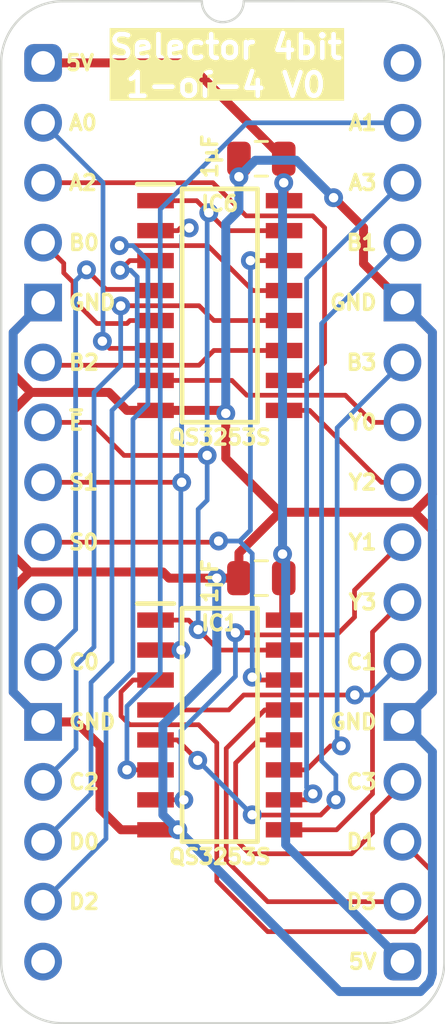
<source format=kicad_pcb>
(kicad_pcb (version 20241229) (generator "pcbnew") (generator_version "9.0")
  (title_block (title "1 of 4 Selector") (date "2024-03-10") (rev "V0"))
  (layers (0 "F.Cu" signal) (2 "B.Cu" signal) (13 "F.Paste" user) (15 "B.Paste" user) (5 "F.SilkS" user "F.Silkscreen") (7 "B.SilkS" user "B.Silkscreen") (1 "F.Mask" user) (3 "B.Mask" user) (25 "Edge.Cuts" user))
  (net 0 "")
  (net 1 "GND")
  (net 2 "5V")
  (net 5 "~{E}")
  (net 6 "S1")
  (net 7 "S0")
  (net 9 "D1")
  (net 10 "C1")
  (net 11 "B1")
  (net 12 "A1")
  (net 13 "Y1")
  (net 14 "Y3")
  (net 15 "A3")
  (net 16 "B3")
  (net 17 "C3")
  (net 18 "D3")
  (net 19 "D0")
  (net 20 "C0")
  (net 21 "B0")
  (net 22 "A0")
  (net 23 "Y0")
  (net 24 "Y2")
  (net 25 "A2")
  (net 26 "B2")
  (net 27 "C2")
  (net 28 "D2")
  (footprint "SamacSys_Parts:SOIC127P602X173-16N" (layer "F.Cu") (at 7.493 28.067)
    (property "Reference" "IC1" (at 0 -4.318 0) (layer "F.SilkS") (effects (font (size 0.635 0.635))))
    (property "Value" "QS3253S1G" (hide yes))
    (fp_line (start -3.5 -5.145) (end -1.95 -5.145) (stroke (width 0.2)) (layer "F.SilkS"))
    (fp_line (start -1.6 -4.946) (end 1.6 -4.946) (stroke (width 0.2)) (layer "F.SilkS"))
    (fp_line (start -1.6 4.946) (end -1.6 -4.946) (stroke (width 0.2)) (layer "F.SilkS"))
    (fp_line (start 1.6 -4.946) (end 1.6 4.946) (stroke (width 0.2)) (layer "F.SilkS"))
    (fp_line (start 1.6 4.946) (end -1.6 4.946) (stroke (width 0.2)) (layer "F.SilkS"))
    (fp_text user "${Silkscreen}" (at 0 5.588 0) (layer "F.SilkS") (effects (font (size 0.635 0.635))))
    (pad "1" smd rect (at -2.725 -4.445 90) (size 0.65 1.55) (layers "F.Cu" "F.Mask" "F.Paste") (net 5 "~{E}"))
    (pad "2" smd rect (at -2.725 -3.175 90) (size 0.65 1.55) (layers "F.Cu" "F.Mask" "F.Paste") (net 6 "S1"))
    (pad "3" smd rect (at -2.725 -1.905 90) (size 0.65 1.55) (layers "F.Cu" "F.Mask" "F.Paste") (net 9 "D1"))
    (pad "4" smd rect (at -2.725 -0.635 90) (size 0.65 1.55) (layers "F.Cu" "F.Mask" "F.Paste") (net 10 "C1"))
    (pad "5" smd rect (at -2.725 0.635 90) (size 0.65 1.55) (layers "F.Cu" "F.Mask" "F.Paste") (net 11 "B1"))
    (pad "6" smd rect (at -2.725 1.905 90) (size 0.65 1.55) (layers "F.Cu" "F.Mask" "F.Paste") (net 12 "A1"))
    (pad "7" smd rect (at -2.725 3.175 90) (size 0.65 1.55) (layers "F.Cu" "F.Mask" "F.Paste") (net 13 "Y1"))
    (pad "8" smd rect (at -2.725 4.445 90) (size 0.65 1.55) (layers "F.Cu" "F.Mask" "F.Paste") (net 1 "GND"))
    (pad "9" smd rect (at 2.725 4.445 90) (size 0.65 1.55) (layers "F.Cu" "F.Mask" "F.Paste") (net 14 "Y3"))
    (pad "10" smd rect (at 2.725 3.175 90) (size 0.65 1.55) (layers "F.Cu" "F.Mask" "F.Paste") (net 15 "A3"))
    (pad "11" smd rect (at 2.725 1.905 90) (size 0.65 1.55) (layers "F.Cu" "F.Mask" "F.Paste") (net 16 "B3"))
    (pad "12" smd rect (at 2.725 0.635 90) (size 0.65 1.55) (layers "F.Cu" "F.Mask" "F.Paste") (net 17 "C3"))
    (pad "13" smd rect (at 2.725 -0.635 90) (size 0.65 1.55) (layers "F.Cu" "F.Mask" "F.Paste") (net 18 "D3"))
    (pad "14" smd rect (at 2.725 -1.905 90) (size 0.65 1.55) (layers "F.Cu" "F.Mask" "F.Paste") (net 7 "S0"))
    (pad "15" smd rect (at 2.725 -3.175 90) (size 0.65 1.55) (layers "F.Cu" "F.Mask" "F.Paste") (net 5 "~{E}"))
    (pad "16" smd rect (at 2.725 -4.445 90) (size 0.65 1.55) (layers "F.Cu" "F.Mask" "F.Paste") (net 2 "5V"))
  )
  (footprint "SamacSys_Parts:SOIC127P602X173-16N" (layer "F.Cu") (at 7.493 10.287)
    (property "Reference" "IC6" (at 0 -4.318 0) (layer "F.SilkS") (effects (font (size 0.635 0.635))))
    (property "Value" "QS3253S1G" (hide yes))
    (fp_line (start -3.5 -5.145) (end -1.95 -5.145) (stroke (width 0.2)) (layer "F.SilkS"))
    (fp_line (start -1.6 -4.946) (end 1.6 -4.946) (stroke (width 0.2)) (layer "F.SilkS"))
    (fp_line (start -1.6 4.946) (end -1.6 -4.946) (stroke (width 0.2)) (layer "F.SilkS"))
    (fp_line (start 1.6 -4.946) (end 1.6 4.946) (stroke (width 0.2)) (layer "F.SilkS"))
    (fp_line (start 1.6 4.946) (end -1.6 4.946) (stroke (width 0.2)) (layer "F.SilkS"))
    (fp_text user "${Silkscreen}" (at 0 5.588 0) (layer "F.SilkS") (effects (font (size 0.635 0.635))))
    (pad "1" smd rect (at -2.725 -4.445 90) (size 0.65 1.55) (layers "F.Cu" "F.Mask" "F.Paste") (net 5 "~{E}"))
    (pad "2" smd rect (at -2.725 -3.175 90) (size 0.65 1.55) (layers "F.Cu" "F.Mask" "F.Paste") (net 6 "S1"))
    (pad "3" smd rect (at -2.725 -1.905 90) (size 0.65 1.55) (layers "F.Cu" "F.Mask" "F.Paste") (net 19 "D0"))
    (pad "4" smd rect (at -2.725 -0.635 90) (size 0.65 1.55) (layers "F.Cu" "F.Mask" "F.Paste") (net 20 "C0"))
    (pad "5" smd rect (at -2.725 0.635 90) (size 0.65 1.55) (layers "F.Cu" "F.Mask" "F.Paste") (net 21 "B0"))
    (pad "6" smd rect (at -2.725 1.905 90) (size 0.65 1.55) (layers "F.Cu" "F.Mask" "F.Paste") (net 22 "A0"))
    (pad "7" smd rect (at -2.725 3.175 90) (size 0.65 1.55) (layers "F.Cu" "F.Mask" "F.Paste") (net 23 "Y0"))
    (pad "8" smd rect (at -2.725 4.445 90) (size 0.65 1.55) (layers "F.Cu" "F.Mask" "F.Paste") (net 1 "GND"))
    (pad "9" smd rect (at 2.725 4.445 90) (size 0.65 1.55) (layers "F.Cu" "F.Mask" "F.Paste") (net 24 "Y2"))
    (pad "10" smd rect (at 2.725 3.175 90) (size 0.65 1.55) (layers "F.Cu" "F.Mask" "F.Paste") (net 25 "A2"))
    (pad "11" smd rect (at 2.725 1.905 90) (size 0.65 1.55) (layers "F.Cu" "F.Mask" "F.Paste") (net 26 "B2"))
    (pad "12" smd rect (at 2.725 0.635 90) (size 0.65 1.55) (layers "F.Cu" "F.Mask" "F.Paste") (net 27 "C2"))
    (pad "13" smd rect (at 2.725 -0.635 90) (size 0.65 1.55) (layers "F.Cu" "F.Mask" "F.Paste") (net 28 "D2"))
    (pad "14" smd rect (at 2.725 -1.905 90) (size 0.65 1.55) (layers "F.Cu" "F.Mask" "F.Paste") (net 7 "S0"))
    (pad "15" smd rect (at 2.725 -3.175 90) (size 0.65 1.55) (layers "F.Cu" "F.Mask" "F.Paste") (net 5 "~{E}"))
    (pad "16" smd rect (at 2.725 -4.445 90) (size 0.65 1.55) (layers "F.Cu" "F.Mask" "F.Paste") (net 2 "5V"))
  )
  (footprint "SamacSys_Parts:DIP-32_Board_W15.24mm" (layer "F.Cu") (at 0 0)
    (property "Reference" "J2" (hide yes))
    (property "Value" "Board 2x16 W15.24mm" (hide yes))
    (fp_line (start -1.778 38.1) (end -1.778 0) (stroke (width 0.1)) (layer "Edge.Cuts"))
    (fp_line (start 6.731 -2.6162) (end 0.835732 -2.613732) (stroke (width 0.1)) (layer "Edge.Cuts"))
    (fp_line (start 14.404267 -2.613733) (end 8.509 -2.6162) (stroke (width 0.1)) (layer "Edge.Cuts"))
    (fp_line (start 14.404268 40.713732) (end 0.835733 40.713733) (stroke (width 0.1)) (layer "Edge.Cuts"))
    (fp_line (start 17.018 38.1) (end 17.017999 -0.000001) (stroke (width 0.1)) (layer "Edge.Cuts"))
    (fp_arc (start -1.778 0) (mid -1.012456 -1.848188) (end 0.835732 -2.613732) (stroke (width 0.1)) (layer "Edge.Cuts"))
    (fp_arc (start 0.835733 40.713733) (mid -1.012456 39.948189) (end -1.778 38.1) (stroke (width 0.1)) (layer "Edge.Cuts"))
    (fp_arc (start 8.509 -2.6162) (mid 7.62 -1.7272) (end 6.731 -2.6162) (stroke (width 0.1)) (layer "Edge.Cuts"))
    (fp_arc (start 14.404267 -2.613733) (mid 16.252455 -1.848189) (end 17.017999 -0.000001) (stroke (width 0.1)) (layer "Edge.Cuts"))
    (fp_arc (start 17.018 38.1) (mid 16.252455 39.948187) (end 14.404268 40.713732) (stroke (width 0.1)) (layer "Edge.Cuts"))
    (pad "1" thru_hole roundrect (at 0 0) (size 1.6 1.6) (drill 1) (layers "*.Cu" "*.Mask") (net 2 "5V"))
    (pad "2" thru_hole oval (at 0 2.54) (size 1.6 1.6) (drill 1) (layers "*.Cu" "*.Mask") (net 22 "A0"))
    (pad "3" thru_hole oval (at 0 5.08) (size 1.6 1.6) (drill 1) (layers "*.Cu" "*.Mask") (net 25 "A2"))
    (pad "4" thru_hole oval (at 0 7.62) (size 1.6 1.6) (drill 1) (layers "*.Cu" "*.Mask") (net 21 "B0"))
    (pad "5" thru_hole rect (at 0 10.16) (size 1.6 1.6) (drill 1) (layers "*.Cu" "*.Mask") (net 1 "GND"))
    (pad "6" thru_hole oval (at 0 12.7) (size 1.6 1.6) (drill 1) (layers "*.Cu" "*.Mask") (net 26 "B2"))
    (pad "7" thru_hole oval (at 0 15.24) (size 1.6 1.6) (drill 1) (layers "*.Cu" "*.Mask") (net 5 "~{E}"))
    (pad "8" thru_hole oval (at 0 17.78) (size 1.6 1.6) (drill 1) (layers "*.Cu" "*.Mask") (net 6 "S1"))
    (pad "9" thru_hole oval (at 0 20.32) (size 1.6 1.6) (drill 1) (layers "*.Cu" "*.Mask") (net 7 "S0"))
    (pad "10" thru_hole oval (at 0 22.86) (size 1.6 1.6) (drill 1) (layers "*.Cu" "*.Mask"))
    (pad "11" thru_hole oval (at 0 25.4) (size 1.6 1.6) (drill 1) (layers "*.Cu" "*.Mask") (net 20 "C0"))
    (pad "12" thru_hole rect (at 0 27.94) (size 1.6 1.6) (drill 1) (layers "*.Cu" "*.Mask") (net 1 "GND"))
    (pad "13" thru_hole oval (at 0 30.48) (size 1.6 1.6) (drill 1) (layers "*.Cu" "*.Mask") (net 27 "C2"))
    (pad "14" thru_hole oval (at 0 33.02) (size 1.6 1.6) (drill 1) (layers "*.Cu" "*.Mask") (net 19 "D0"))
    (pad "15" thru_hole oval (at 0 35.56) (size 1.6 1.6) (drill 1) (layers "*.Cu" "*.Mask") (net 28 "D2"))
    (pad "16" thru_hole oval (at 0 38.1) (size 1.6 1.6) (drill 1) (layers "*.Cu" "*.Mask"))
    (pad "17" thru_hole roundrect (at 15.24 38.1) (size 1.6 1.6) (drill 1) (layers "*.Cu" "*.Mask") (net 2 "5V"))
    (pad "18" thru_hole oval (at 15.24 35.56 180) (size 1.6 1.6) (drill 1) (layers "*.Cu" "*.Mask") (net 18 "D3"))
    (pad "19" thru_hole oval (at 15.24 33.02 180) (size 1.6 1.6) (drill 1) (layers "*.Cu" "*.Mask") (net 9 "D1"))
    (pad "20" thru_hole oval (at 15.24 30.48 180) (size 1.6 1.6) (drill 1) (layers "*.Cu" "*.Mask") (net 17 "C3"))
    (pad "21" thru_hole rect (at 15.24 27.94) (size 1.6 1.6) (drill 1) (layers "*.Cu" "*.Mask") (net 1 "GND"))
    (pad "22" thru_hole oval (at 15.24 25.4) (size 1.6 1.6) (drill 1) (layers "*.Cu" "*.Mask") (net 10 "C1"))
    (pad "23" thru_hole oval (at 15.24 22.86) (size 1.6 1.6) (drill 1) (layers "*.Cu" "*.Mask") (net 14 "Y3"))
    (pad "24" thru_hole oval (at 15.24 20.32) (size 1.6 1.6) (drill 1) (layers "*.Cu" "*.Mask") (net 13 "Y1"))
    (pad "25" thru_hole oval (at 15.24 17.78) (size 1.6 1.6) (drill 1) (layers "*.Cu" "*.Mask") (net 24 "Y2"))
    (pad "26" thru_hole oval (at 15.24 15.24) (size 1.6 1.6) (drill 1) (layers "*.Cu" "*.Mask") (net 23 "Y0"))
    (pad "27" thru_hole oval (at 15.24 12.7) (size 1.6 1.6) (drill 1) (layers "*.Cu" "*.Mask") (net 16 "B3"))
    (pad "28" thru_hole rect (at 15.24 10.16) (size 1.6 1.6) (drill 1) (layers "*.Cu" "*.Mask") (net 1 "GND"))
    (pad "29" thru_hole oval (at 15.24 7.62) (size 1.6 1.6) (drill 1) (layers "*.Cu" "*.Mask") (net 11 "B1"))
    (pad "30" thru_hole oval (at 15.24 5.08) (size 1.6 1.6) (drill 1) (layers "*.Cu" "*.Mask") (net 15 "A3"))
    (pad "31" thru_hole oval (at 15.24 2.54) (size 1.6 1.6) (drill 1) (layers "*.Cu" "*.Mask") (net 12 "A1"))
    (pad "32" thru_hole oval (at 15.24 0) (size 1.6 1.6) (drill 1) (layers "*.Cu" "*.Mask"))
  )
  (footprint "SamacSys_Parts:C_0805" (layer "F.Cu") (at 9.271 21.844 90)
    (property "Reference" "C3" (hide yes))
    (property "Value" "1μF" (at -0.127 -2.195 90) (layer "F.SilkS") (effects (font (size 0.635 0.635))))
    (fp_line (start 0.735 0.245252) (end 0.735 -0.277252) (stroke (width 0.12)) (layer "F.SilkS"))
    (fp_line (start -0.735 0.245252) (end -0.735 -0.277252) (stroke (width 0.12)) (layer "F.SilkS"))
    (pad "1" smd roundrect (at 0 0.934 180) (size 1 1.45) (layers "F.Cu" "F.Mask" "F.Paste") (net 2 "5V"))
    (pad "2" smd roundrect (at 0 -0.966 180) (size 1 1.45) (layers "F.Cu" "F.Mask" "F.Paste") (net 1 "GND"))
  )
  (footprint "SamacSys_Parts:C_0805" (layer "F.Cu") (at 9.271 4.064 90)
    (property "Reference" "C1" (hide yes))
    (property "Value" "1μF" (at 0.1016 -2.1962 270) (layer "F.SilkS") (effects (font (size 0.635 0.635))))
    (fp_line (start 0.735 0.245252) (end 0.735 -0.277252) (stroke (width 0.12)) (layer "F.SilkS"))
    (fp_line (start -0.735 0.245252) (end -0.735 -0.277252) (stroke (width 0.12)) (layer "F.SilkS"))
    (pad "1" smd roundrect (at 0 0.934 180) (size 1 1.45) (layers "F.Cu" "F.Mask" "F.Paste") (net 2 "5V"))
    (pad "2" smd roundrect (at 0 -0.966 180) (size 1 1.45) (layers "F.Cu" "F.Mask" "F.Paste") (net 1 "GND"))
  )
  (gr_text "B0" (at 1.016 7.62 0) (layer "F.SilkS") (effects (font (size 0.635 0.635)) (justify left)))
  (gr_text "GND" (at 1.016 27.94 0) (layer "F.SilkS") (effects (font (size 0.635 0.635)) (justify left)))
  (gr_text "Y3" (at 14.224 22.86 0) (layer "F.SilkS") (effects (font (size 0.635 0.635)) (justify right)))
  (gr_text "A3" (at 14.224 5.08 0) (layer "F.SilkS") (effects (font (size 0.635 0.635)) (justify right)))
  (gr_text "5V" (at 0.889 0 0) (layer "F.SilkS") (effects (font (size 0.635 0.635)) (justify left)))
  (gr_text "5V" (at 14.224 38.1 0) (layer "F.SilkS") (effects (font (size 0.635 0.635)) (justify right)))
  (gr_text "~{E}" (at 1.016 15.24 0) (layer "F.SilkS") (effects (font (size 0.635 0.635)) (justify left)))
  (gr_text "A1" (at 14.224 2.54 0) (layer "F.SilkS") (effects (font (size 0.635 0.635)) (justify right)))
  (gr_text "D0" (at 1.016 33.02 0) (layer "F.SilkS") (effects (font (size 0.635 0.635)) (justify left)))
  (gr_text "A0" (at 1.016 2.54 0) (layer "F.SilkS") (effects (font (size 0.635 0.635)) (justify left)))
  (gr_text "GND" (at 14.224 27.94 0) (layer "F.SilkS") (effects (font (size 0.635 0.635)) (justify right)))
  (gr_text "B1" (at 14.224 7.62 0) (layer "F.SilkS") (effects (font (size 0.635 0.635)) (justify right)))
  (gr_text "B2" (at 1.016 12.7 0) (layer "F.SilkS") (effects (font (size 0.635 0.635)) (justify left)))
  (gr_text "Y2" (at 14.224 17.78 0) (layer "F.SilkS") (effects (font (size 0.635 0.635)) (justify right)))
  (gr_text "Y1" (at 14.224 20.32 0) (layer "F.SilkS") (effects (font (size 0.635 0.635)) (justify right)))
  (gr_text "A2" (at 1.016 5.08 0) (layer "F.SilkS") (effects (font (size 0.635 0.635)) (justify left)))
  (gr_text "S0" (at 1.016 20.32 0) (layer "F.SilkS") (effects (font (size 0.635 0.635)) (justify left)))
  (gr_text "C1" (at 14.224 25.4 0) (layer "F.SilkS") (effects (font (size 0.635 0.635)) (justify right)))
  (gr_text "C3" (at 14.224 30.48 0) (layer "F.SilkS") (effects (font (size 0.635 0.635)) (justify right)))
  (gr_text "D1" (at 14.224 33.02 0) (layer "F.SilkS") (effects (font (size 0.635 0.635)) (justify right)))
  (gr_text "S1" (at 1.016 17.78 0) (layer "F.SilkS") (effects (font (size 0.635 0.635)) (justify left)))
  (gr_text "C2" (at 1.016 30.48 0) (layer "F.SilkS") (effects (font (size 0.635 0.635)) (justify left)))
  (gr_text "Y0" (at 14.224 15.24 0) (layer "F.SilkS") (effects (font (size 0.635 0.635)) (justify right)))
  (gr_text "GND" (at 14.224 10.16 0) (layer "F.SilkS") (effects (font (size 0.635 0.635)) (justify right)))
  (gr_text "B3" (at 14.224 12.7 0) (layer "F.SilkS") (effects (font (size 0.635 0.635)) (justify right)))
  (gr_text "D2" (at 1.016 35.56 0) (layer "F.SilkS") (effects (font (size 0.635 0.635)) (justify left)))
  (gr_text "Selector 4bit\n1-of-4 V0" (at 7.747 1.524 0) (layer "F.SilkS" knockout) (effects (font (size 1 1) (thickness 0.2) (bold yes)) (justify bottom)))
  (gr_text "C0" (at 1.016 25.4 0) (layer "F.SilkS") (effects (font (size 0.635 0.635)) (justify left)))
  (gr_text "D3" (at 14.224 35.56 0) (layer "F.SilkS") (effects (font (size 0.635 0.635)) (justify right)))
  (gr_text "GND" (at 1.016 10.16 0) (layer "F.SilkS") (effects (font (size 0.635 0.635)) (justify left)))
  (segment (start 16.51 26.67) (end 15.24 27.94) (width 0.38) (layer "F.Cu") (net 1))
  (segment (start 10.033 19.05) (end 15.748 19.05) (width 0.38) (layer "F.Cu") (net 1))
  (segment (start -0.580175 21.582725) (end 5.08 21.582725) (width 0.38) (layer "F.Cu") (net 1))
  (segment (start 8.305 20.778) (end 10.033 19.05) (width 0.38) (layer "F.Cu") (net 1))
  (segment (start 3.556 14.732) (end 2.794 13.97) (width 0.38) (layer "F.Cu") (net 1))
  (segment (start 8.305 21.844) (end 8.305 20.778) (width 0.38) (layer "F.Cu") (net 1))
  (segment (start 7.61999 14.732) (end 7.74699 14.859) (width 0.38) (layer "F.Cu") (net 1))
  (segment (start 16.51 18.288) (end 15.748 19.05) (width 0.38) (layer "F.Cu") (net 1))
  (segment (start -0.580175 21.582725) (end -1.27 22.27255) (width 0.38) (layer "F.Cu") (net 1))
  (segment (start 3.302 32.512) (end 2.413 31.623) (width 0.38) (layer "F.Cu") (net 1))
  (segment (start 1.397 27.94) (end 0 27.94) (width 0.38) (layer "F.Cu") (net 1))
  (segment (start 7.74699 16.76399) (end 10.033 19.05) (width 0.38) (layer "F.Cu") (net 1))
  (segment (start -1.27 20.8929) (end -0.580175 21.582725) (width 0.38) (layer "F.Cu") (net 1))
  (segment (start -1.27 11.43) (end -1.27 13.208) (width 0.38) (layer "F.Cu") (net 1))
  (segment (start 4.768 32.512) (end 5.715 32.512) (width 0.38) (layer "F.Cu") (net 1))
  (segment (start 2.794 13.97) (end -0.508 13.97) (width 0.38) (layer "F.Cu") (net 1))
  (segment (start 7.366 21.844) (end 5.341275 21.844) (width 0.38) (layer "F.Cu") (net 1))
  (segment (start 15.24 10.16) (end 13.589 8.509) (width 0.38) (layer "F.Cu") (net 1))
  (segment (start -1.27 13.208) (end -0.508 13.97) (width 0.38) (layer "F.Cu") (net 1))
  (segment (start 13.589 8.509) (end 13.589 6.985) (width 0.38) (layer "F.Cu") (net 1))
  (segment (start 13.589 6.985) (end 12.319 5.715) (width 0.38) (layer "F.Cu") (net 1))
  (segment (start 16.51 19.812) (end 16.51 26.67) (width 0.38) (layer "F.Cu") (net 1))
  (segment (start 4.768 14.732) (end 3.556 14.732) (width 0.38) (layer "F.Cu") (net 1))
  (segment (start 4.768 14.732) (end 7.61999 14.732) (width 0.38) (layer "F.Cu") (net 1))
  (segment (start -1.27 26.67) (end 0 27.94) (width 0.38) (layer "F.Cu") (net 1))
  (segment (start 15.24 10.16) (end 16.51 11.43) (width 0.38) (layer "F.Cu") (net 1))
  (segment (start 0 10.16) (end -1.27 11.43) (width 0.38) (layer "F.Cu") (net 1))
  (segment (start -0.508 13.97) (end -1.27 14.732) (width 0.38) (layer "F.Cu") (net 1))
  (segment (start 7.74699 14.859) (end 7.74699 16.76399) (width 0.38) (layer "F.Cu") (net 1))
  (segment (start 15.748 19.05) (end 16.51 19.812) (width 0.38) (layer "F.Cu") (net 1))
  (segment (start -1.27 14.732) (end -1.27 20.8929) (width 0.38) (layer "F.Cu") (net 1))
  (segment (start 2.413 28.956) (end 1.397 27.94) (width 0.38) (layer "F.Cu") (net 1))
  (segment (start 2.413 31.623) (end 2.413 28.956) (width 0.38) (layer "F.Cu") (net 1))
  (segment (start 16.51 11.43) (end 16.51 18.288) (width 0.38) (layer "F.Cu") (net 1))
  (segment (start 7.366 21.844) (end 8.305 21.844) (width 0.38) (layer "F.Cu") (net 1))
  (segment (start 8.305 4.064) (end 8.305 4.826) (width 0.38) (layer "F.Cu") (net 1))
  (segment (start 4.768 32.512) (end 3.302 32.512) (width 0.38) (layer "F.Cu") (net 1))
  (segment (start -1.27 22.27255) (end -1.27 26.67) (width 0.38) (layer "F.Cu") (net 1))
  (segment (start 5.341275 21.844) (end 5.08 21.582725) (width 0.38) (layer "F.Cu") (net 1))
  (via (at 7.74699 14.859) (size 0.8) (drill 0.4) (layers "F.Cu" "B.Cu") (net 1))
  (via (at 7.366 21.844) (size 0.8) (drill 0.4) (layers "F.Cu" "B.Cu") (net 1))
  (via (at 5.715 32.512) (size 0.8) (drill 0.4) (layers "F.Cu" "B.Cu") (net 1))
  (via (at 8.305 4.826) (size 0.8) (drill 0.4) (layers "F.Cu" "B.Cu") (net 1))
  (via (at 12.319 5.715) (size 0.8) (drill 0.4) (layers "F.Cu" "B.Cu") (net 1))
  (segment (start 10.7315 4.1275) (end 9.0035 4.1275) (width 0.38) (layer "B.Cu") (net 1))
  (segment (start -1.27 11.43) (end -1.27 26.67) (width 0.38) (layer "B.Cu") (net 1))
  (segment (start 7.366 25.781) (end 7.366 21.844) (width 0.38) (layer "B.Cu") (net 1))
  (segment (start 5.715 32.512) (end 5.08 31.877) (width 0.38) (layer "B.Cu") (net 1))
  (segment (start 7.74699 14.859) (end 7.74699 6.807369) (width 0.38) (layer "B.Cu") (net 1))
  (segment (start 16.384809 38.987191) (end 16.002 39.37) (width 0.38) (layer "B.Cu") (net 1))
  (segment (start 16.51 26.67) (end 16.51 11.43) (width 0.38) (layer "B.Cu") (net 1))
  (segment (start 0 10.16) (end -1.27 11.43) (width 0.38) (layer "B.Cu") (net 1))
  (segment (start 12.573 39.37) (end 5.715 32.512) (width 0.38) (layer "B.Cu") (net 1))
  (segment (start 5.08 31.877) (end 5.08 28.067) (width 0.38) (layer "B.Cu") (net 1))
  (segment (start 16.476395 38.745697) (end 16.384809 38.987191) (width 0.38) (layer "B.Cu") (net 1))
  (segment (start 7.74699 6.807369) (end 8.305 6.249359) (width 0.38) (layer "B.Cu") (net 1))
  (segment (start 5.08 28.067) (end 7.366 25.781) (width 0.38) (layer "B.Cu") (net 1))
  (segment (start -1.27 26.67) (end 0 27.94) (width 0.38) (layer "B.Cu") (net 1))
  (segment (start 16.51 11.43) (end 15.24 10.16) (width 0.38) (layer "B.Cu") (net 1))
  (segment (start 8.305 6.249359) (end 8.305 4.826) (width 0.38) (layer "B.Cu") (net 1))
  (segment (start 16.51 38.609359) (end 16.476395 38.745697) (width 0.38) (layer "B.Cu") (net 1))
  (segment (start 15.24 27.94) (end 16.51 26.67) (width 0.38) (layer "B.Cu") (net 1))
  (segment (start 16.51 29.21) (end 16.51 38.609359) (width 0.38) (layer "B.Cu") (net 1))
  (segment (start 15.24 27.94) (end 16.51 29.21) (width 0.38) (layer "B.Cu") (net 1))
  (segment (start 9.0035 4.1275) (end 8.305 4.826) (width 0.38) (layer "B.Cu") (net 1))
  (segment (start 12.319 5.715) (end 10.7315 4.1275) (width 0.38) (layer "B.Cu") (net 1))
  (segment (start 16.002 39.37) (end 12.573 39.37) (width 0.38) (layer "B.Cu") (net 1))
  (segment (start 10.205 21.844) (end 10.205 20.873) (width 0.38) (layer "F.Cu") (net 2))
  (segment (start 10.205 4.064) (end 10.205 5.08) (width 0.38) (layer "F.Cu") (net 2))
  (segment (start 10.205 21.844) (end 10.205 23.609) (width 0.38) (layer "F.Cu") (net 2))
  (segment (start 10.218 5.842) (end 10.218 5.093) (width 0.38) (layer "F.Cu") (net 2))
  (segment (start 10.205 20.873) (end 10.1555 20.8235) (width 0.38) (layer "F.Cu") (net 2))
  (segment (start 0 0) (end 6.141003 0) (width 0.38) (layer "F.Cu") (net 2))
  (segment (start 10.218 5.093) (end 10.205 5.08) (width 0.38) (layer "F.Cu") (net 2))
  (segment (start 6.141003 0) (end 10.205 4.063997) (width 0.38) (layer "F.Cu") (net 2))
  (segment (start 10.205 4.063997) (end 10.205 5.08) (width 0.38) (layer "F.Cu") (net 2))
  (via (at 10.1555 20.8235) (size 0.8) (drill 0.4) (layers "F.Cu" "B.Cu") (net 2))
  (via (at 10.205 5.08) (size 0.8) (drill 0.4) (layers "F.Cu" "B.Cu") (net 2))
  (segment (start 10.287 20.955) (end 10.1555 20.8235) (width 0.38) (layer "B.Cu") (net 2))
  (segment (start 10.287 33.147) (end 10.287 20.955) (width 0.38) (layer "B.Cu") (net 2))
  (segment (start 10.1555 20.8235) (end 10.1555 5.1295) (width 0.38) (layer "B.Cu") (net 2))
  (segment (start 10.1555 5.1295) (end 10.205 5.08) (width 0.38) (layer "B.Cu") (net 2))
  (segment (start 15.24 38.1) (end 10.287 33.147) (width 0.38) (layer "B.Cu") (net 2))
  (segment (start 10.218 24.892) (end 7.44157 24.892) (width 0.2) (layer "F.Cu") (net 5))
  (segment (start 6.515707 5.842) (end 7.027725 6.354018) (width 0.2) (layer "F.Cu") (net 5))
  (segment (start 3.431877 16.639877) (end 6.95699 16.639877) (width 0.2) (layer "F.Cu") (net 5))
  (segment (start 0 15.24) (end 2.032 15.24) (width 0.2) (layer "F.Cu") (net 5))
  (segment (start 4.768 23.622) (end 6.17157 23.622) (width 0.2) (layer "F.Cu") (net 5))
  (segment (start 6.17157 23.622) (end 6.576 24.02643) (width 0.2) (layer "F.Cu") (net 5))
  (segment (start 7.785707 7.112) (end 7.027725 6.354018) (width 0.2) (layer "F.Cu") (net 5))
  (segment (start 2.032 15.24) (end 3.431877 16.639877) (width 0.2) (layer "F.Cu") (net 5))
  (segment (start 7.44157 24.892) (end 6.576 24.02643) (width 0.2) (layer "F.Cu") (net 5))
  (segment (start 4.768 5.842) (end 6.515707 5.842) (width 0.2) (layer "F.Cu") (net 5))
  (segment (start 10.218 7.112) (end 7.785707 7.112) (width 0.2) (layer "F.Cu") (net 5))
  (via (at 6.576 24.02643) (size 0.8) (drill 0.4) (layers "F.Cu" "B.Cu") (net 5))
  (via (at 6.95699 16.639877) (size 0.8) (drill 0.4) (layers "F.Cu" "B.Cu") (net 5))
  (via (at 7.027725 6.354018) (size 0.8) (drill 0.4) (layers "F.Cu" "B.Cu") (net 5))
  (segment (start 6.95699 6.424753) (end 7.027725 6.354018) (width 0.2) (layer "B.Cu") (net 5))
  (segment (start 6.95699 16.639877) (end 6.95699 6.424753) (width 0.2) (layer "B.Cu") (net 5))
  (segment (start 6.576 24.02643) (end 6.576 18.923) (width 0.2) (layer "B.Cu") (net 5))
  (segment (start 6.95699 18.54201) (end 6.576 18.923) (width 0.2) (layer "B.Cu") (net 5))
  (segment (start 6.95699 16.639877) (end 6.95699 18.54201) (width 0.2) (layer "B.Cu") (net 5))
  (segment (start 6.197617 6.997) (end 5.83 6.997) (width 0.2) (layer "F.Cu") (net 6))
  (segment (start 4.768 7.112) (end 5.715 7.112) (width 0.2) (layer "F.Cu") (net 6))
  (segment (start 0 17.78) (end 5.876 17.78) (width 0.2) (layer "F.Cu") (net 6))
  (segment (start 4.768 24.892) (end 5.84805 24.892) (width 0.2) (layer "F.Cu") (net 6))
  (segment (start 5.83 6.997) (end 5.715 7.112) (width 0.2) (layer "F.Cu") (net 6))
  (via (at 6.197617 6.997) (size 0.8) (drill 0.4) (layers "F.Cu" "B.Cu") (net 6))
  (via (at 5.84805 24.892) (size 0.8) (drill 0.4) (layers "F.Cu" "B.Cu") (net 6))
  (via (at 5.876 17.78) (size 0.8) (drill 0.4) (layers "F.Cu" "B.Cu") (net 6))
  (segment (start 5.876 17.78) (end 5.876 7.318617) (width 0.2) (layer "B.Cu") (net 6))
  (segment (start 5.842 24.88595) (end 5.84805 24.892) (width 0.2) (layer "B.Cu") (net 6))
  (segment (start 5.876 17.78) (end 5.842 17.814) (width 0.2) (layer "B.Cu") (net 6))
  (segment (start 5.842 17.814) (end 5.842 24.88595) (width 0.2) (layer "B.Cu") (net 6))
  (segment (start 5.876 7.318617) (end 6.197617 6.997) (width 0.2) (layer "B.Cu") (net 6))
  (segment (start 10.218 8.382) (end 8.791 8.382) (width 0.2) (layer "F.Cu") (net 7))
  (segment (start 8.989527 26.162) (end 8.868927 26.0414) (width 0.2) (layer "F.Cu") (net 7))
  (segment (start 10.218 26.162) (end 8.989527 26.162) (width 0.2) (layer "F.Cu") (net 7))
  (segment (start 7.394 20.32) (end 7.4435 20.2705) (width 0.2) (layer "F.Cu") (net 7))
  (segment (start 0 20.32) (end 7.394 20.32) (width 0.2) (layer "F.Cu") (net 7))
  (via (at 8.791 8.382) (size 0.8) (drill 0.4) (layers "F.Cu" "B.Cu") (net 7))
  (via (at 7.4435 20.2705) (size 0.8) (drill 0.4) (layers "F.Cu" "B.Cu") (net 7))
  (via (at 8.868927 26.0414) (size 0.8) (drill 0.4) (layers "F.Cu" "B.Cu") (net 7))
  (segment (start 8.791 8.382) (end 8.791 19.812) (width 0.2) (layer "B.Cu") (net 7))
  (segment (start 8.791 19.812) (end 8.3325 20.2705) (width 0.2) (layer "B.Cu") (net 7))
  (segment (start 8.868927 26.0414) (end 8.868927 20.806927) (width 0.2) (layer "B.Cu") (net 7))
  (segment (start 8.3325 20.2705) (end 7.4435 20.2705) (width 0.2) (layer "B.Cu") (net 7))
  (segment (start 8.868927 20.806927) (end 8.3325 20.2705) (width 0.2) (layer "B.Cu") (net 7))
  (segment (start 3.6749 28.0589) (end 6.5959 28.0589) (width 0.2) (layer "F.Cu") (net 9))
  (segment (start 4.318 26.162) (end 3.81 26.162) (width 0.2) (layer "F.Cu") (net 9))
  (segment (start 3.81 26.162) (end 3.302 26.67) (width 0.2) (layer "F.Cu") (net 9))
  (segment (start 16.51 34.29) (end 15.24 33.02) (width 0.2) (layer "F.Cu") (net 9))
  (segment (start 9.525 36.83) (end 15.748 36.83) (width 0.2) (layer "F.Cu") (net 9))
  (segment (start 15.748 36.83) (end 16.51 36.068) (width 0.2) (layer "F.Cu") (net 9))
  (segment (start 7.366 34.671) (end 9.525 36.83) (width 0.2) (layer "F.Cu") (net 9))
  (segment (start 3.302 26.67) (end 3.302 27.686) (width 0.2) (layer "F.Cu") (net 9))
  (segment (start 6.5959 28.0589) (end 7.366 28.829) (width 0.2) (layer "F.Cu") (net 9))
  (segment (start 16.51 36.068) (end 16.51 34.29) (width 0.2) (layer "F.Cu") (net 9))
  (segment (start 7.366 28.829) (end 7.366 34.671) (width 0.2) (layer "F.Cu") (net 9))
  (segment (start 3.302 27.686) (end 3.6749 28.0589) (width 0.2) (layer "F.Cu") (net 9))
  (segment (start 4.768 27.432) (end 7.874 27.432) (width 0.2) (layer "F.Cu") (net 10))
  (segment (start 8.509 26.797) (end 13.22 26.797) (width 0.2) (layer "F.Cu") (net 10))
  (segment (start 7.874 27.432) (end 8.509 26.797) (width 0.2) (layer "F.Cu") (net 10))
  (via (at 13.22 26.797) (size 0.8) (drill 0.4) (layers "F.Cu" "B.Cu") (net 10))
  (segment (start 15.24 25.4) (end 13.843 26.797) (width 0.2) (layer "B.Cu") (net 10))
  (segment (start 13.843 26.797) (end 13.22 26.797) (width 0.2) (layer "B.Cu") (net 10))
  (segment (start 8.866 31.876994) (end 8.876006 31.887) (width 0.2) (layer "F.Cu") (net 11))
  (segment (start 8.876006 31.887) (end 11.771732 31.887) (width 0.2) (layer "F.Cu") (net 11))
  (segment (start 4.768 28.702) (end 5.69101 28.702) (width 0.2) (layer "F.Cu") (net 11))
  (segment (start 5.69101 28.702) (end 6.557234 29.568224) (width 0.2) (layer "F.Cu") (net 11))
  (segment (start 11.771732 31.887) (end 12.416732 31.242) (width 0.2) (layer "F.Cu") (net 11))
  (via (at 8.866 31.876994) (size 0.8) (drill 0.4) (layers "F.Cu" "B.Cu") (net 11))
  (via (at 6.557234 29.568224) (size 0.8) (drill 0.4) (layers "F.Cu" "B.Cu") (net 11))
  (via (at 12.416732 31.242) (size 0.8) (drill 0.4) (layers "F.Cu" "B.Cu") (net 11))
  (segment (start 15.24 7.62) (end 11.811 11.049) (width 0.2) (layer "B.Cu") (net 11))
  (segment (start 8.866 31.876994) (end 6.557234 29.568228) (width 0.2) (layer "B.Cu") (net 11))
  (segment (start 12.416732 30.196732) (end 12.416732 31.242) (width 0.2) (layer "B.Cu") (net 11))
  (segment (start 11.811 11.049) (end 11.811 29.591) (width 0.2) (layer "B.Cu") (net 11))
  (segment (start 11.811 29.591) (end 12.416732 30.196732) (width 0.2) (layer "B.Cu") (net 11))
  (segment (start 6.557234 29.568228) (end 6.557234 29.568224) (width 0.2) (layer "B.Cu") (net 11))
  (segment (start 4.768 29.972) (end 3.556 29.972) (width 0.2) (layer "F.Cu") (net 12))
  (via (at 3.556 29.972) (size 0.8) (drill 0.4) (layers "F.Cu" "B.Cu") (net 12))
  (segment (start 4.967984 6.208016) (end 4.967984 25.861266) (width 0.2) (layer "B.Cu") (net 12))
  (segment (start 8.636 2.54) (end 4.967984 6.208016) (width 0.2) (layer "B.Cu") (net 12))
  (segment (start 4.967984 25.861266) (end 3.556 27.27325) (width 0.2) (layer "B.Cu") (net 12))
  (segment (start 15.24 2.54) (end 8.636 2.54) (width 0.2) (layer "B.Cu") (net 12))
  (segment (start 3.556 27.27325) (end 3.556 29.972) (width 0.2) (layer "B.Cu") (net 12))
  (segment (start 13.208 22.352) (end 13.208 23.495) (width 0.2) (layer "F.Cu") (net 13))
  (segment (start 13.208 23.495) (end 12.4541 24.2489) (width 0.2) (layer "F.Cu") (net 13))
  (segment (start 8.156 24.159007) (end 8.800107 24.159007) (width 0.2) (layer "F.Cu") (net 13))
  (segment (start 15.24 20.32) (end 13.208 22.352) (width 0.2) (layer "F.Cu") (net 13))
  (segment (start 12.4541 24.2489) (end 8.89 24.2489) (width 0.2) (layer "F.Cu") (net 13))
  (segment (start 4.768 31.242) (end 5.969 31.242) (width 0.2) (layer "F.Cu") (net 13))
  (segment (start 8.800107 24.159007) (end 8.89 24.2489) (width 0.2) (layer "F.Cu") (net 13))
  (segment (start 5.969 31.242) (end 5.969003 31.241997) (width 0.2) (layer "F.Cu") (net 13))
  (via (at 5.969003 31.241997) (size 0.8) (drill 0.4) (layers "F.Cu" "B.Cu") (net 13))
  (via (at 8.156 24.159007) (size 0.8) (drill 0.4) (layers "F.Cu" "B.Cu") (net 13))
  (segment (start 5.85 28.313) (end 8.156 26.007) (width 0.2) (layer "B.Cu") (net 13))
  (segment (start 8.156 26.007) (end 8.156 24.159007) (width 0.2) (layer "B.Cu") (net 13))
  (segment (start 5.969003 31.241997) (end 5.85 31.122994) (width 0.2) (layer "B.Cu") (net 13))
  (segment (start 5.85 31.122994) (end 5.85 28.313) (width 0.2) (layer "B.Cu") (net 13))
  (segment (start 13.97 24.13) (end 13.97 30.988) (width 0.2) (layer "F.Cu") (net 14))
  (segment (start 13.97 30.988) (end 12.446 32.512) (width 0.2) (layer "F.Cu") (net 14))
  (segment (start 15.24 22.86) (end 13.97 24.13) (width 0.2) (layer "F.Cu") (net 14))
  (segment (start 12.446 32.512) (end 10.218 32.512) (width 0.2) (layer "F.Cu") (net 14))
  (segment (start 11.188 31.242) (end 11.442 30.988) (width 0.2) (layer "F.Cu") (net 15))
  (segment (start 10.218 31.242) (end 11.188 31.242) (width 0.2) (layer "F.Cu") (net 15))
  (via (at 11.442 30.988) (size 0.8) (drill 0.4) (layers "F.Cu" "B.Cu") (net 15))
  (segment (start 15.24 5.08) (end 11.176 9.144) (width 0.2) (layer "B.Cu") (net 15))
  (segment (start 11.176 30.722) (end 11.442 30.988) (width 0.2) (layer "B.Cu") (net 15))
  (segment (start 11.176 9.144) (end 11.176 30.722) (width 0.2) (layer "B.Cu") (net 15))
  (segment (start 12.192 28.956) (end 12.638 28.956) (width 0.2) (layer "F.Cu") (net 16))
  (segment (start 10.218 29.972) (end 11.176 29.972) (width 0.2) (layer "F.Cu") (net 16))
  (segment (start 11.176 29.972) (end 12.192 28.956) (width 0.2) (layer "F.Cu") (net 16))
  (via (at 12.638 28.956) (size 0.8) (drill 0.4) (layers "F.Cu" "B.Cu") (net 16))
  (segment (start 12.47 28.788) (end 12.638 28.956) (width 0.2) (layer "B.Cu") (net 16))
  (segment (start 15.24 12.7) (end 12.47 15.47) (width 0.2) (layer "B.Cu") (net 16))
  (segment (start 12.47 15.47) (end 12.47 28.788) (width 0.2) (layer "B.Cu") (net 16))
  (segment (start 10.218 28.702) (end 9.144 28.702) (width 0.2) (layer "F.Cu") (net 17))
  (segment (start 8.166 32.931) (end 8.763 33.528) (width 0.2) (layer "F.Cu") (net 17))
  (segment (start 9.144 28.702) (end 8.166 29.68) (width 0.2) (layer "F.Cu") (net 17))
  (segment (start 8.166 29.68) (end 8.166 32.931) (width 0.2) (layer "F.Cu") (net 17))
  (segment (start 8.763 33.528) (end 13.081 33.528) (width 0.2) (layer "F.Cu") (net 17))
  (segment (start 13.97 32.639) (end 13.97 31.8501) (width 0.2) (layer "F.Cu") (net 17))
  (segment (start 13.081 33.528) (end 13.97 32.639) (width 0.2) (layer "F.Cu") (net 17))
  (segment (start 13.97 31.8501) (end 15.24 30.5801) (width 0.2) (layer "F.Cu") (net 17))
  (segment (start 7.766 33.801) (end 9.525 35.56) (width 0.2) (layer "F.Cu") (net 18))
  (segment (start 9.525 35.56) (end 15.24 35.56) (width 0.2) (layer "F.Cu") (net 18))
  (segment (start 9.398 27.432) (end 7.766 29.064) (width 0.2) (layer "F.Cu") (net 18))
  (segment (start 7.766 29.064) (end 7.766 33.801) (width 0.2) (layer "F.Cu") (net 18))
  (segment (start 10.218 27.432) (end 9.398 27.432) (width 0.2) (layer "F.Cu") (net 18))
  (segment (start 4.768 8.382) (end 3.674992 8.382) (width 0.2) (layer "F.Cu") (net 19))
  (segment (start 3.674992 8.382) (end 3.26454 8.792452) (width 0.2) (layer "F.Cu") (net 19))
  (via (at 3.26454 8.792452) (size 0.8) (drill 0.4) (layers "F.Cu" "B.Cu") (net 19))
  (segment (start 2.032 26.27) (end 2.032 30.988) (width 0.2) (layer "B.Cu") (net 19))
  (segment (start 3.990675 9.070675) (end 3.990675 13.662325) (width 0.2) (layer "B.Cu") (net 19))
  (segment (start 3.712452 8.792452) (end 3.990675 9.070675) (width 0.2) (layer "B.Cu") (net 19))
  (segment (start 3.26454 8.792452) (end 3.712452 8.792452) (width 0.2) (layer "B.Cu") (net 19))
  (segment (start 3.990675 13.662325) (end 2.921 14.732) (width 0.2) (layer "B.Cu") (net 19))
  (segment (start 2.921 14.732) (end 2.921 25.381) (width 0.2) (layer "B.Cu") (net 19))
  (segment (start 2.032 30.988) (end 0 33.02) (width 0.2) (layer "B.Cu") (net 19))
  (segment (start 2.921 25.381) (end 2.032 26.27) (width 0.2) (layer "B.Cu") (net 19))
  (segment (start 4.717725 9.601725) (end 2.667755 9.601725) (width 0.2) (layer "F.Cu") (net 20))
  (segment (start 2.667755 9.601725) (end 1.84 8.77397) (width 0.2) (layer "F.Cu") (net 20))
  (via (at 1.84 8.77397) (size 0.8) (drill 0.4) (layers "F.Cu" "B.Cu") (net 20))
  (segment (start 1.379925 24.020075) (end 1.379925 9.234045) (width 0.2) (layer "B.Cu") (net 20))
  (segment (start 0 25.4) (end 1.379925 24.020075) (width 0.2) (layer "B.Cu") (net 20))
  (segment (start 1.379925 9.234045) (end 1.84 8.77397) (width 0.2) (layer "B.Cu") (net 20))
  (segment (start 4.768 10.922) (end 3.683 10.922) (width 0.2) (layer "F.Cu") (net 21))
  (segment (start 2.286 11.049) (end 3.556 11.049) (width 0.2) (layer "F.Cu") (net 21))
  (segment (start 1.27 10.033) (end 2.286 11.049) (width 0.2) (layer "F.Cu") (net 21))
  (segment (start 3.683 10.922) (end 3.556 11.049) (width 0.2) (layer "F.Cu") (net 21))
  (segment (start 0.8761 8.9029) (end 0.8761 8.4961) (width 0.2) (layer "F.Cu") (net 21))
  (segment (start 0.8761 8.4961) (end 0 7.62) (width 0.2) (layer "F.Cu") (net 21))
  (segment (start 0.8761 8.9029) (end 1.27 9.2968) (width 0.2) (layer "F.Cu") (net 21))
  (segment (start 1.27 9.2968) (end 1.27 10.033) (width 0.2) (layer "F.Cu") (net 21))
  (segment (start 2.817653 12.1026) (end 2.513588 11.798535) (width 0.2) (layer "F.Cu") (net 22))
  (segment (start 4.6786 12.1026) (end 2.817653 12.1026) (width 0.2) (layer "F.Cu") (net 22))
  (via (at 2.513588 11.798535) (size 0.8) (drill 0.4) (layers "F.Cu" "B.Cu") (net 22))
  (segment (start 0 2.54) (end 2.540006 5.080006) (width 0.2) (layer "B.Cu") (net 22))
  (segment (start 2.540006 11.772117) (end 2.513588 11.798535) (width 0.2) (layer "B.Cu") (net 22))
  (segment (start 2.540006 5.080006) (end 2.540006 11.772117) (width 0.2) (layer "B.Cu") (net 22))
  (segment (start 13.97 15.24) (end 15.24 15.24) (width 0.2) (layer "F.Cu") (net 23))
  (segment (start 8.0091 13.462) (end 8.636 14.0889) (width 0.2) (layer "F.Cu") (net 23))
  (segment (start 12.8189 14.0889) (end 13.97 15.24) (width 0.2) (layer "F.Cu") (net 23))
  (segment (start 4.768 13.462) (end 8.0091 13.462) (width 0.2) (layer "F.Cu") (net 23))
  (segment (start 8.636 14.0889) (end 12.8189 14.0889) (width 0.2) (layer "F.Cu") (net 23))
  (segment (start 15.24 17.78) (end 14.351 17.78) (width 0.2) (layer "F.Cu") (net 24))
  (segment (start 14.351 17.78) (end 11.303 14.732) (width 0.2) (layer "F.Cu") (net 24))
  (segment (start 11.303 14.732) (end 10.218 14.732) (width 0.2) (layer "F.Cu") (net 24))
  (segment (start 11.176 13.462) (end 11.938 12.7) (width 0.2) (layer "F.Cu") (net 25))
  (segment (start 10.218 13.462) (end 11.176 13.462) (width 0.2) (layer "F.Cu") (net 25))
  (segment (start 11.938 6.985) (end 11.4381 6.4851) (width 0.2) (layer "F.Cu") (net 25))
  (segment (start 8.6059 6.4851) (end 7.2008 5.08) (width 0.2) (layer "F.Cu") (net 25))
  (segment (start 7.2008 5.08) (end 0 5.08) (width 0.2) (layer "F.Cu") (net 25))
  (segment (start 11.938 12.7) (end 11.938 6.985) (width 0.2) (layer "F.Cu") (net 25))
  (segment (start 11.4381 6.4851) (end 8.6059 6.4851) (width 0.2) (layer "F.Cu") (net 25))
  (segment (start 10.218 12.192) (end 7.239 12.192) (width 0.2) (layer "F.Cu") (net 26))
  (segment (start 7.239 12.192) (end 6.6121 12.8189) (width 0.2) (layer "F.Cu") (net 26))
  (segment (start 6.6121 12.8189) (end 0.1189 12.8189) (width 0.2) (layer "F.Cu") (net 26))
  (segment (start 10.218 10.922) (end 7.239 10.922) (width 0.2) (layer "F.Cu") (net 27))
  (segment (start 6.6121 10.2951) (end 3.2973 10.2951) (width 0.2) (layer "F.Cu") (net 27))
  (segment (start 3.2973 10.2951) (end 3.290675 10.301725) (width 0.2) (layer "F.Cu") (net 27))
  (segment (start 7.239 10.922) (end 6.6121 10.2951) (width 0.2) (layer "F.Cu") (net 27))
  (via (at 3.290675 10.301725) (size 0.8) (drill 0.4) (layers "F.Cu" "B.Cu") (net 27))
  (segment (start 1.397 29.083) (end 0 30.48) (width 0.2) (layer "B.Cu") (net 27))
  (segment (start 2.159 24.765) (end 1.397 25.527) (width 0.2) (layer "B.Cu") (net 27))
  (segment (start 3.290675 10.301725) (end 3.290675 12.838325) (width 0.2) (layer "B.Cu") (net 27))
  (segment (start 3.290675 12.838325) (end 2.159 13.97) (width 0.2) (layer "B.Cu") (net 27))
  (segment (start 2.159 13.97) (end 2.159 24.765) (width 0.2) (layer "B.Cu") (net 27))
  (segment (start 1.397 25.527) (end 1.397 29.083) (width 0.2) (layer "B.Cu") (net 27))
  (segment (start 6.985 7.747) (end 3.24 7.747) (width 0.2) (layer "F.Cu") (net 28))
  (segment (start 10.218 9.652) (end 8.89 9.652) (width 0.2) (layer "F.Cu") (net 28))
  (segment (start 8.89 9.652) (end 6.985 7.747) (width 0.2) (layer "F.Cu") (net 28))
  (via (at 3.24 7.747) (size 0.8) (drill 0.4) (layers "F.Cu" "B.Cu") (net 28))
  (segment (start 3.81 25.781) (end 2.667 26.924) (width 0.2) (layer "B.Cu") (net 28))
  (segment (start 2.667 26.924) (end 2.667 32.893) (width 0.2) (layer "B.Cu") (net 28))
  (segment (start 4.445 8.382) (end 4.445 14.478) (width 0.2) (layer "B.Cu") (net 28))
  (segment (start 3.24 7.747) (end 3.81 7.747) (width 0.2) (layer "B.Cu") (net 28))
  (segment (start 3.81 15.113) (end 3.81 25.781) (width 0.2) (layer "B.Cu") (net 28))
  (segment (start 3.81 7.747) (end 4.445 8.382) (width 0.2) (layer "B.Cu") (net 28))
  (segment (start 4.445 14.478) (end 3.81 15.113) (width 0.2) (layer "B.Cu") (net 28))
  (segment (start 2.667 32.893) (end 0 35.56) (width 0.2) (layer "B.Cu") (net 28))
)
</source>
